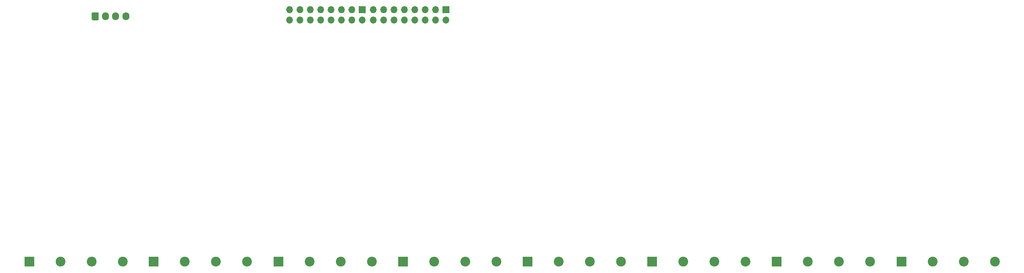
<source format=gbr>
%TF.GenerationSoftware,KiCad,Pcbnew,(5.1.9)-1*%
%TF.CreationDate,2021-05-09T12:40:12+03:00*%
%TF.ProjectId,16ch_fet_board,31366368-5f66-4657-945f-626f6172642e,2.0*%
%TF.SameCoordinates,Original*%
%TF.FileFunction,Soldermask,Bot*%
%TF.FilePolarity,Negative*%
%FSLAX46Y46*%
G04 Gerber Fmt 4.6, Leading zero omitted, Abs format (unit mm)*
G04 Created by KiCad (PCBNEW (5.1.9)-1) date 2021-05-09 12:40:12*
%MOMM*%
%LPD*%
G01*
G04 APERTURE LIST*
%ADD10O,1.700000X1.700000*%
%ADD11R,1.700000X1.700000*%
%ADD12C,2.400000*%
%ADD13R,2.400000X2.400000*%
%ADD14O,1.700000X1.950000*%
G04 APERTURE END LIST*
D10*
%TO.C,SW2*%
X120300000Y-56000000D03*
X130460000Y-56000000D03*
X127920000Y-56000000D03*
X115220000Y-56000000D03*
X133000000Y-58540000D03*
X125380000Y-56000000D03*
X115220000Y-58540000D03*
X130460000Y-58540000D03*
D11*
X133000000Y-56000000D03*
D10*
X127920000Y-58540000D03*
X120300000Y-58540000D03*
X125380000Y-58540000D03*
X122840000Y-58540000D03*
X117760000Y-58540000D03*
X122840000Y-56000000D03*
X117760000Y-56000000D03*
%TD*%
%TO.C,SW1*%
X94720000Y-58540000D03*
X94720000Y-56000000D03*
X97260000Y-58540000D03*
X97260000Y-56000000D03*
X99800000Y-58540000D03*
X99800000Y-56000000D03*
X102340000Y-58540000D03*
X102340000Y-56000000D03*
X104880000Y-58540000D03*
X104880000Y-56000000D03*
X107420000Y-58540000D03*
X107420000Y-56000000D03*
X109960000Y-58540000D03*
X109960000Y-56000000D03*
X112500000Y-58540000D03*
D11*
X112500000Y-56000000D03*
%TD*%
D12*
%TO.C,J9*%
X267360000Y-117700000D03*
X259740000Y-117700000D03*
X252120000Y-117700000D03*
D13*
X244500000Y-117700000D03*
%TD*%
D12*
%TO.C,J8*%
X236860000Y-117700000D03*
X229240000Y-117700000D03*
X221620000Y-117700000D03*
D13*
X214000000Y-117700000D03*
%TD*%
D12*
%TO.C,J7*%
X206360000Y-117700000D03*
X198740000Y-117700000D03*
X191120000Y-117700000D03*
D13*
X183500000Y-117700000D03*
%TD*%
D12*
%TO.C,J6*%
X175860000Y-117700000D03*
X168240000Y-117700000D03*
X160620000Y-117700000D03*
D13*
X153000000Y-117700000D03*
%TD*%
D12*
%TO.C,J5*%
X145360000Y-117700000D03*
X137740000Y-117700000D03*
X130120000Y-117700000D03*
D13*
X122500000Y-117700000D03*
%TD*%
D12*
%TO.C,J4*%
X114860000Y-117700000D03*
X107240000Y-117700000D03*
X99620000Y-117700000D03*
D13*
X92000000Y-117700000D03*
%TD*%
D12*
%TO.C,J3*%
X84360000Y-117700000D03*
X76740000Y-117700000D03*
X69120000Y-117700000D03*
D13*
X61500000Y-117700000D03*
%TD*%
D12*
%TO.C,J2*%
X53910000Y-117700000D03*
X46290000Y-117700000D03*
X38670000Y-117700000D03*
D13*
X31050000Y-117700000D03*
%TD*%
D14*
%TO.C,J1*%
X54700000Y-57600000D03*
X52200000Y-57600000D03*
X49700000Y-57600000D03*
G36*
G01*
X46350000Y-58325000D02*
X46350000Y-56875000D01*
G75*
G02*
X46600000Y-56625000I250000J0D01*
G01*
X47800000Y-56625000D01*
G75*
G02*
X48050000Y-56875000I0J-250000D01*
G01*
X48050000Y-58325000D01*
G75*
G02*
X47800000Y-58575000I-250000J0D01*
G01*
X46600000Y-58575000D01*
G75*
G02*
X46350000Y-58325000I0J250000D01*
G01*
G37*
%TD*%
M02*

</source>
